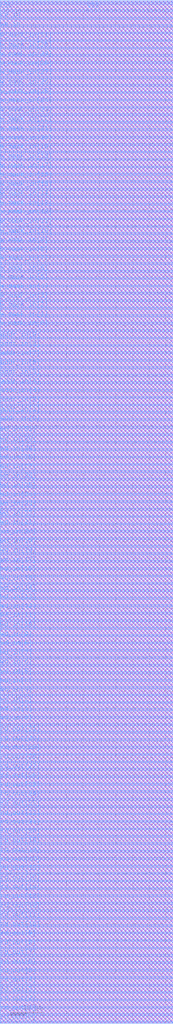
<source format=lef>
# Generated by FakeRAM 2.0
VERSION 5.7 ;
BUSBITCHARS "[]" ;
PROPERTYDEFINITIONS
  MACRO width INTEGER ;
  MACRO depth INTEGER ;
  MACRO banks INTEGER ;
END PROPERTYDEFINITIONS
MACRO fakeram45_1024x32_top_tier
  PROPERTY width 32 ;
  PROPERTY depth 1024 ;
  PROPERTY banks 2 ;
  FOREIGN fakeram45_1024x32_top_tier 0 0 ;
  SYMMETRY X Y R90 ;
  SIZE 52.250 BY 308.000 ;
  CLASS BLOCK ;
  PIN rd_out[0]
    DIRECTION OUTPUT ;
    USE SIGNAL ;
    SHAPE ABUTMENT ;
    PORT
      LAYER metal4_top_tier ;
      RECT 0.000 0.280 0.140 0.420 ;
    END
  END rd_out[0]
  PIN rd_out[1]
    DIRECTION OUTPUT ;
    USE SIGNAL ;
    SHAPE ABUTMENT ;
    PORT
      LAYER metal4_top_tier ;
      RECT 0.000 3.080 0.140 3.220 ;
    END
  END rd_out[1]
  PIN rd_out[2]
    DIRECTION OUTPUT ;
    USE SIGNAL ;
    SHAPE ABUTMENT ;
    PORT
      LAYER metal4_top_tier ;
      RECT 0.000 5.880 0.140 6.020 ;
    END
  END rd_out[2]
  PIN rd_out[3]
    DIRECTION OUTPUT ;
    USE SIGNAL ;
    SHAPE ABUTMENT ;
    PORT
      LAYER metal4_top_tier ;
      RECT 0.000 8.680 0.140 8.820 ;
    END
  END rd_out[3]
  PIN rd_out[4]
    DIRECTION OUTPUT ;
    USE SIGNAL ;
    SHAPE ABUTMENT ;
    PORT
      LAYER metal4_top_tier ;
      RECT 0.000 11.480 0.140 11.620 ;
    END
  END rd_out[4]
  PIN rd_out[5]
    DIRECTION OUTPUT ;
    USE SIGNAL ;
    SHAPE ABUTMENT ;
    PORT
      LAYER metal4_top_tier ;
      RECT 0.000 14.280 0.140 14.420 ;
    END
  END rd_out[5]
  PIN rd_out[6]
    DIRECTION OUTPUT ;
    USE SIGNAL ;
    SHAPE ABUTMENT ;
    PORT
      LAYER metal4_top_tier ;
      RECT 0.000 17.080 0.140 17.220 ;
    END
  END rd_out[6]
  PIN rd_out[7]
    DIRECTION OUTPUT ;
    USE SIGNAL ;
    SHAPE ABUTMENT ;
    PORT
      LAYER metal4_top_tier ;
      RECT 0.000 19.880 0.140 20.020 ;
    END
  END rd_out[7]
  PIN rd_out[8]
    DIRECTION OUTPUT ;
    USE SIGNAL ;
    SHAPE ABUTMENT ;
    PORT
      LAYER metal4_top_tier ;
      RECT 0.000 22.680 0.140 22.820 ;
    END
  END rd_out[8]
  PIN rd_out[9]
    DIRECTION OUTPUT ;
    USE SIGNAL ;
    SHAPE ABUTMENT ;
    PORT
      LAYER metal4_top_tier ;
      RECT 0.000 25.480 0.140 25.620 ;
    END
  END rd_out[9]
  PIN rd_out[10]
    DIRECTION OUTPUT ;
    USE SIGNAL ;
    SHAPE ABUTMENT ;
    PORT
      LAYER metal4_top_tier ;
      RECT 0.000 28.280 0.140 28.420 ;
    END
  END rd_out[10]
  PIN rd_out[11]
    DIRECTION OUTPUT ;
    USE SIGNAL ;
    SHAPE ABUTMENT ;
    PORT
      LAYER metal4_top_tier ;
      RECT 0.000 31.080 0.140 31.220 ;
    END
  END rd_out[11]
  PIN rd_out[12]
    DIRECTION OUTPUT ;
    USE SIGNAL ;
    SHAPE ABUTMENT ;
    PORT
      LAYER metal4_top_tier ;
      RECT 0.000 33.880 0.140 34.020 ;
    END
  END rd_out[12]
  PIN rd_out[13]
    DIRECTION OUTPUT ;
    USE SIGNAL ;
    SHAPE ABUTMENT ;
    PORT
      LAYER metal4_top_tier ;
      RECT 0.000 36.680 0.140 36.820 ;
    END
  END rd_out[13]
  PIN rd_out[14]
    DIRECTION OUTPUT ;
    USE SIGNAL ;
    SHAPE ABUTMENT ;
    PORT
      LAYER metal4_top_tier ;
      RECT 0.000 39.480 0.140 39.620 ;
    END
  END rd_out[14]
  PIN rd_out[15]
    DIRECTION OUTPUT ;
    USE SIGNAL ;
    SHAPE ABUTMENT ;
    PORT
      LAYER metal4_top_tier ;
      RECT 0.000 42.280 0.140 42.420 ;
    END
  END rd_out[15]
  PIN rd_out[16]
    DIRECTION OUTPUT ;
    USE SIGNAL ;
    SHAPE ABUTMENT ;
    PORT
      LAYER metal4_top_tier ;
      RECT 0.000 45.080 0.140 45.220 ;
    END
  END rd_out[16]
  PIN rd_out[17]
    DIRECTION OUTPUT ;
    USE SIGNAL ;
    SHAPE ABUTMENT ;
    PORT
      LAYER metal4_top_tier ;
      RECT 0.000 47.880 0.140 48.020 ;
    END
  END rd_out[17]
  PIN rd_out[18]
    DIRECTION OUTPUT ;
    USE SIGNAL ;
    SHAPE ABUTMENT ;
    PORT
      LAYER metal4_top_tier ;
      RECT 0.000 50.680 0.140 50.820 ;
    END
  END rd_out[18]
  PIN rd_out[19]
    DIRECTION OUTPUT ;
    USE SIGNAL ;
    SHAPE ABUTMENT ;
    PORT
      LAYER metal4_top_tier ;
      RECT 0.000 53.480 0.140 53.620 ;
    END
  END rd_out[19]
  PIN rd_out[20]
    DIRECTION OUTPUT ;
    USE SIGNAL ;
    SHAPE ABUTMENT ;
    PORT
      LAYER metal4_top_tier ;
      RECT 0.000 56.280 0.140 56.420 ;
    END
  END rd_out[20]
  PIN rd_out[21]
    DIRECTION OUTPUT ;
    USE SIGNAL ;
    SHAPE ABUTMENT ;
    PORT
      LAYER metal4_top_tier ;
      RECT 0.000 59.080 0.140 59.220 ;
    END
  END rd_out[21]
  PIN rd_out[22]
    DIRECTION OUTPUT ;
    USE SIGNAL ;
    SHAPE ABUTMENT ;
    PORT
      LAYER metal4_top_tier ;
      RECT 0.000 61.880 0.140 62.020 ;
    END
  END rd_out[22]
  PIN rd_out[23]
    DIRECTION OUTPUT ;
    USE SIGNAL ;
    SHAPE ABUTMENT ;
    PORT
      LAYER metal4_top_tier ;
      RECT 0.000 64.680 0.140 64.820 ;
    END
  END rd_out[23]
  PIN rd_out[24]
    DIRECTION OUTPUT ;
    USE SIGNAL ;
    SHAPE ABUTMENT ;
    PORT
      LAYER metal4_top_tier ;
      RECT 0.000 67.480 0.140 67.620 ;
    END
  END rd_out[24]
  PIN rd_out[25]
    DIRECTION OUTPUT ;
    USE SIGNAL ;
    SHAPE ABUTMENT ;
    PORT
      LAYER metal4_top_tier ;
      RECT 0.000 70.280 0.140 70.420 ;
    END
  END rd_out[25]
  PIN rd_out[26]
    DIRECTION OUTPUT ;
    USE SIGNAL ;
    SHAPE ABUTMENT ;
    PORT
      LAYER metal4_top_tier ;
      RECT 0.000 73.080 0.140 73.220 ;
    END
  END rd_out[26]
  PIN rd_out[27]
    DIRECTION OUTPUT ;
    USE SIGNAL ;
    SHAPE ABUTMENT ;
    PORT
      LAYER metal4_top_tier ;
      RECT 0.000 75.880 0.140 76.020 ;
    END
  END rd_out[27]
  PIN rd_out[28]
    DIRECTION OUTPUT ;
    USE SIGNAL ;
    SHAPE ABUTMENT ;
    PORT
      LAYER metal4_top_tier ;
      RECT 0.000 78.680 0.140 78.820 ;
    END
  END rd_out[28]
  PIN rd_out[29]
    DIRECTION OUTPUT ;
    USE SIGNAL ;
    SHAPE ABUTMENT ;
    PORT
      LAYER metal4_top_tier ;
      RECT 0.000 81.480 0.140 81.620 ;
    END
  END rd_out[29]
  PIN rd_out[30]
    DIRECTION OUTPUT ;
    USE SIGNAL ;
    SHAPE ABUTMENT ;
    PORT
      LAYER metal4_top_tier ;
      RECT 0.000 84.280 0.140 84.420 ;
    END
  END rd_out[30]
  PIN rd_out[31]
    DIRECTION OUTPUT ;
    USE SIGNAL ;
    SHAPE ABUTMENT ;
    PORT
      LAYER metal4_top_tier ;
      RECT 0.000 87.080 0.140 87.220 ;
    END
  END rd_out[31]
  PIN wd_in[0]
    DIRECTION INPUT ;
    USE SIGNAL ;
    SHAPE ABUTMENT ;
    PORT
      LAYER metal4_top_tier ;
      RECT 0.000 90.440 0.140 90.580 ;
    END
  END wd_in[0]
  PIN wd_in[1]
    DIRECTION INPUT ;
    USE SIGNAL ;
    SHAPE ABUTMENT ;
    PORT
      LAYER metal4_top_tier ;
      RECT 0.000 93.240 0.140 93.380 ;
    END
  END wd_in[1]
  PIN wd_in[2]
    DIRECTION INPUT ;
    USE SIGNAL ;
    SHAPE ABUTMENT ;
    PORT
      LAYER metal4_top_tier ;
      RECT 0.000 96.040 0.140 96.180 ;
    END
  END wd_in[2]
  PIN wd_in[3]
    DIRECTION INPUT ;
    USE SIGNAL ;
    SHAPE ABUTMENT ;
    PORT
      LAYER metal4_top_tier ;
      RECT 0.000 98.840 0.140 98.980 ;
    END
  END wd_in[3]
  PIN wd_in[4]
    DIRECTION INPUT ;
    USE SIGNAL ;
    SHAPE ABUTMENT ;
    PORT
      LAYER metal4_top_tier ;
      RECT 0.000 101.640 0.140 101.780 ;
    END
  END wd_in[4]
  PIN wd_in[5]
    DIRECTION INPUT ;
    USE SIGNAL ;
    SHAPE ABUTMENT ;
    PORT
      LAYER metal4_top_tier ;
      RECT 0.000 104.440 0.140 104.580 ;
    END
  END wd_in[5]
  PIN wd_in[6]
    DIRECTION INPUT ;
    USE SIGNAL ;
    SHAPE ABUTMENT ;
    PORT
      LAYER metal4_top_tier ;
      RECT 0.000 107.240 0.140 107.380 ;
    END
  END wd_in[6]
  PIN wd_in[7]
    DIRECTION INPUT ;
    USE SIGNAL ;
    SHAPE ABUTMENT ;
    PORT
      LAYER metal4_top_tier ;
      RECT 0.000 110.040 0.140 110.180 ;
    END
  END wd_in[7]
  PIN wd_in[8]
    DIRECTION INPUT ;
    USE SIGNAL ;
    SHAPE ABUTMENT ;
    PORT
      LAYER metal4_top_tier ;
      RECT 0.000 112.840 0.140 112.980 ;
    END
  END wd_in[8]
  PIN wd_in[9]
    DIRECTION INPUT ;
    USE SIGNAL ;
    SHAPE ABUTMENT ;
    PORT
      LAYER metal4_top_tier ;
      RECT 0.000 115.640 0.140 115.780 ;
    END
  END wd_in[9]
  PIN wd_in[10]
    DIRECTION INPUT ;
    USE SIGNAL ;
    SHAPE ABUTMENT ;
    PORT
      LAYER metal4_top_tier ;
      RECT 0.000 118.440 0.140 118.580 ;
    END
  END wd_in[10]
  PIN wd_in[11]
    DIRECTION INPUT ;
    USE SIGNAL ;
    SHAPE ABUTMENT ;
    PORT
      LAYER metal4_top_tier ;
      RECT 0.000 121.240 0.140 121.380 ;
    END
  END wd_in[11]
  PIN wd_in[12]
    DIRECTION INPUT ;
    USE SIGNAL ;
    SHAPE ABUTMENT ;
    PORT
      LAYER metal4_top_tier ;
      RECT 0.000 124.040 0.140 124.180 ;
    END
  END wd_in[12]
  PIN wd_in[13]
    DIRECTION INPUT ;
    USE SIGNAL ;
    SHAPE ABUTMENT ;
    PORT
      LAYER metal4_top_tier ;
      RECT 0.000 126.840 0.140 126.980 ;
    END
  END wd_in[13]
  PIN wd_in[14]
    DIRECTION INPUT ;
    USE SIGNAL ;
    SHAPE ABUTMENT ;
    PORT
      LAYER metal4_top_tier ;
      RECT 0.000 129.640 0.140 129.780 ;
    END
  END wd_in[14]
  PIN wd_in[15]
    DIRECTION INPUT ;
    USE SIGNAL ;
    SHAPE ABUTMENT ;
    PORT
      LAYER metal4_top_tier ;
      RECT 0.000 132.440 0.140 132.580 ;
    END
  END wd_in[15]
  PIN wd_in[16]
    DIRECTION INPUT ;
    USE SIGNAL ;
    SHAPE ABUTMENT ;
    PORT
      LAYER metal4_top_tier ;
      RECT 0.000 135.240 0.140 135.380 ;
    END
  END wd_in[16]
  PIN wd_in[17]
    DIRECTION INPUT ;
    USE SIGNAL ;
    SHAPE ABUTMENT ;
    PORT
      LAYER metal4_top_tier ;
      RECT 0.000 138.040 0.140 138.180 ;
    END
  END wd_in[17]
  PIN wd_in[18]
    DIRECTION INPUT ;
    USE SIGNAL ;
    SHAPE ABUTMENT ;
    PORT
      LAYER metal4_top_tier ;
      RECT 0.000 140.840 0.140 140.980 ;
    END
  END wd_in[18]
  PIN wd_in[19]
    DIRECTION INPUT ;
    USE SIGNAL ;
    SHAPE ABUTMENT ;
    PORT
      LAYER metal4_top_tier ;
      RECT 0.000 143.640 0.140 143.780 ;
    END
  END wd_in[19]
  PIN wd_in[20]
    DIRECTION INPUT ;
    USE SIGNAL ;
    SHAPE ABUTMENT ;
    PORT
      LAYER metal4_top_tier ;
      RECT 0.000 146.440 0.140 146.580 ;
    END
  END wd_in[20]
  PIN wd_in[21]
    DIRECTION INPUT ;
    USE SIGNAL ;
    SHAPE ABUTMENT ;
    PORT
      LAYER metal4_top_tier ;
      RECT 0.000 149.240 0.140 149.380 ;
    END
  END wd_in[21]
  PIN wd_in[22]
    DIRECTION INPUT ;
    USE SIGNAL ;
    SHAPE ABUTMENT ;
    PORT
      LAYER metal4_top_tier ;
      RECT 0.000 152.040 0.140 152.180 ;
    END
  END wd_in[22]
  PIN wd_in[23]
    DIRECTION INPUT ;
    USE SIGNAL ;
    SHAPE ABUTMENT ;
    PORT
      LAYER metal4_top_tier ;
      RECT 0.000 154.840 0.140 154.980 ;
    END
  END wd_in[23]
  PIN wd_in[24]
    DIRECTION INPUT ;
    USE SIGNAL ;
    SHAPE ABUTMENT ;
    PORT
      LAYER metal4_top_tier ;
      RECT 0.000 157.640 0.140 157.780 ;
    END
  END wd_in[24]
  PIN wd_in[25]
    DIRECTION INPUT ;
    USE SIGNAL ;
    SHAPE ABUTMENT ;
    PORT
      LAYER metal4_top_tier ;
      RECT 0.000 160.440 0.140 160.580 ;
    END
  END wd_in[25]
  PIN wd_in[26]
    DIRECTION INPUT ;
    USE SIGNAL ;
    SHAPE ABUTMENT ;
    PORT
      LAYER metal4_top_tier ;
      RECT 0.000 163.240 0.140 163.380 ;
    END
  END wd_in[26]
  PIN wd_in[27]
    DIRECTION INPUT ;
    USE SIGNAL ;
    SHAPE ABUTMENT ;
    PORT
      LAYER metal4_top_tier ;
      RECT 0.000 166.040 0.140 166.180 ;
    END
  END wd_in[27]
  PIN wd_in[28]
    DIRECTION INPUT ;
    USE SIGNAL ;
    SHAPE ABUTMENT ;
    PORT
      LAYER metal4_top_tier ;
      RECT 0.000 168.840 0.140 168.980 ;
    END
  END wd_in[28]
  PIN wd_in[29]
    DIRECTION INPUT ;
    USE SIGNAL ;
    SHAPE ABUTMENT ;
    PORT
      LAYER metal4_top_tier ;
      RECT 0.000 171.640 0.140 171.780 ;
    END
  END wd_in[29]
  PIN wd_in[30]
    DIRECTION INPUT ;
    USE SIGNAL ;
    SHAPE ABUTMENT ;
    PORT
      LAYER metal4_top_tier ;
      RECT 0.000 174.440 0.140 174.580 ;
    END
  END wd_in[30]
  PIN wd_in[31]
    DIRECTION INPUT ;
    USE SIGNAL ;
    SHAPE ABUTMENT ;
    PORT
      LAYER metal4_top_tier ;
      RECT 0.000 177.240 0.140 177.380 ;
    END
  END wd_in[31]
  PIN addr_in[0]
    DIRECTION INPUT ;
    USE SIGNAL ;
    SHAPE ABUTMENT ;
    PORT
      LAYER metal4_top_tier ;
      RECT 0.000 180.600 0.140 180.740 ;
    END
  END addr_in[0]
  PIN addr_in[1]
    DIRECTION INPUT ;
    USE SIGNAL ;
    SHAPE ABUTMENT ;
    PORT
      LAYER metal4_top_tier ;
      RECT 0.000 183.400 0.140 183.540 ;
    END
  END addr_in[1]
  PIN addr_in[2]
    DIRECTION INPUT ;
    USE SIGNAL ;
    SHAPE ABUTMENT ;
    PORT
      LAYER metal4_top_tier ;
      RECT 0.000 186.200 0.140 186.340 ;
    END
  END addr_in[2]
  PIN addr_in[3]
    DIRECTION INPUT ;
    USE SIGNAL ;
    SHAPE ABUTMENT ;
    PORT
      LAYER metal4_top_tier ;
      RECT 0.000 189.000 0.140 189.140 ;
    END
  END addr_in[3]
  PIN addr_in[4]
    DIRECTION INPUT ;
    USE SIGNAL ;
    SHAPE ABUTMENT ;
    PORT
      LAYER metal4_top_tier ;
      RECT 0.000 191.800 0.140 191.940 ;
    END
  END addr_in[4]
  PIN addr_in[5]
    DIRECTION INPUT ;
    USE SIGNAL ;
    SHAPE ABUTMENT ;
    PORT
      LAYER metal4_top_tier ;
      RECT 0.000 194.600 0.140 194.740 ;
    END
  END addr_in[5]
  PIN addr_in[6]
    DIRECTION INPUT ;
    USE SIGNAL ;
    SHAPE ABUTMENT ;
    PORT
      LAYER metal4_top_tier ;
      RECT 0.000 197.400 0.140 197.540 ;
    END
  END addr_in[6]
  PIN addr_in[7]
    DIRECTION INPUT ;
    USE SIGNAL ;
    SHAPE ABUTMENT ;
    PORT
      LAYER metal4_top_tier ;
      RECT 0.000 200.200 0.140 200.340 ;
    END
  END addr_in[7]
  PIN addr_in[8]
    DIRECTION INPUT ;
    USE SIGNAL ;
    SHAPE ABUTMENT ;
    PORT
      LAYER metal4_top_tier ;
      RECT 0.000 203.000 0.140 203.140 ;
    END
  END addr_in[8]
  PIN addr_in[9]
    DIRECTION INPUT ;
    USE SIGNAL ;
    SHAPE ABUTMENT ;
    PORT
      LAYER metal4_top_tier ;
      RECT 0.000 205.800 0.140 205.940 ;
    END
  END addr_in[9]
  PIN w_mask_in[0]
    DIRECTION OUTPUT ;
    USE SIGNAL ;
    SHAPE ABUTMENT ;
    PORT
      LAYER metal4_top_tier ;
      RECT 0.000 209.160 0.140 209.300 ;
    END
  END w_mask_in[0]
  PIN w_mask_in[1]
    DIRECTION OUTPUT ;
    USE SIGNAL ;
    SHAPE ABUTMENT ;
    PORT
      LAYER metal4_top_tier ;
      RECT 0.000 211.960 0.140 212.100 ;
    END
  END w_mask_in[1]
  PIN w_mask_in[2]
    DIRECTION OUTPUT ;
    USE SIGNAL ;
    SHAPE ABUTMENT ;
    PORT
      LAYER metal4_top_tier ;
      RECT 0.000 214.760 0.140 214.900 ;
    END
  END w_mask_in[2]
  PIN w_mask_in[3]
    DIRECTION OUTPUT ;
    USE SIGNAL ;
    SHAPE ABUTMENT ;
    PORT
      LAYER metal4_top_tier ;
      RECT 0.000 217.560 0.140 217.700 ;
    END
  END w_mask_in[3]
  PIN w_mask_in[4]
    DIRECTION OUTPUT ;
    USE SIGNAL ;
    SHAPE ABUTMENT ;
    PORT
      LAYER metal4_top_tier ;
      RECT 0.000 220.360 0.140 220.500 ;
    END
  END w_mask_in[4]
  PIN w_mask_in[5]
    DIRECTION OUTPUT ;
    USE SIGNAL ;
    SHAPE ABUTMENT ;
    PORT
      LAYER metal4_top_tier ;
      RECT 0.000 223.160 0.140 223.300 ;
    END
  END w_mask_in[5]
  PIN w_mask_in[6]
    DIRECTION OUTPUT ;
    USE SIGNAL ;
    SHAPE ABUTMENT ;
    PORT
      LAYER metal4_top_tier ;
      RECT 0.000 225.960 0.140 226.100 ;
    END
  END w_mask_in[6]
  PIN w_mask_in[7]
    DIRECTION OUTPUT ;
    USE SIGNAL ;
    SHAPE ABUTMENT ;
    PORT
      LAYER metal4_top_tier ;
      RECT 0.000 228.760 0.140 228.900 ;
    END
  END w_mask_in[7]
  PIN w_mask_in[8]
    DIRECTION OUTPUT ;
    USE SIGNAL ;
    SHAPE ABUTMENT ;
    PORT
      LAYER metal4_top_tier ;
      RECT 0.000 231.560 0.140 231.700 ;
    END
  END w_mask_in[8]
  PIN w_mask_in[9]
    DIRECTION OUTPUT ;
    USE SIGNAL ;
    SHAPE ABUTMENT ;
    PORT
      LAYER metal4_top_tier ;
      RECT 0.000 234.360 0.140 234.500 ;
    END
  END w_mask_in[9]
  PIN w_mask_in[10]
    DIRECTION OUTPUT ;
    USE SIGNAL ;
    SHAPE ABUTMENT ;
    PORT
      LAYER metal4_top_tier ;
      RECT 0.000 237.160 0.140 237.300 ;
    END
  END w_mask_in[10]
  PIN w_mask_in[11]
    DIRECTION OUTPUT ;
    USE SIGNAL ;
    SHAPE ABUTMENT ;
    PORT
      LAYER metal4_top_tier ;
      RECT 0.000 239.960 0.140 240.100 ;
    END
  END w_mask_in[11]
  PIN w_mask_in[12]
    DIRECTION OUTPUT ;
    USE SIGNAL ;
    SHAPE ABUTMENT ;
    PORT
      LAYER metal4_top_tier ;
      RECT 0.000 242.760 0.140 242.900 ;
    END
  END w_mask_in[12]
  PIN w_mask_in[13]
    DIRECTION OUTPUT ;
    USE SIGNAL ;
    SHAPE ABUTMENT ;
    PORT
      LAYER metal4_top_tier ;
      RECT 0.000 245.560 0.140 245.700 ;
    END
  END w_mask_in[13]
  PIN w_mask_in[14]
    DIRECTION OUTPUT ;
    USE SIGNAL ;
    SHAPE ABUTMENT ;
    PORT
      LAYER metal4_top_tier ;
      RECT 0.000 248.360 0.140 248.500 ;
    END
  END w_mask_in[14]
  PIN w_mask_in[15]
    DIRECTION OUTPUT ;
    USE SIGNAL ;
    SHAPE ABUTMENT ;
    PORT
      LAYER metal4_top_tier ;
      RECT 0.000 251.160 0.140 251.300 ;
    END
  END w_mask_in[15]
  PIN w_mask_in[16]
    DIRECTION OUTPUT ;
    USE SIGNAL ;
    SHAPE ABUTMENT ;
    PORT
      LAYER metal4_top_tier ;
      RECT 0.000 253.960 0.140 254.100 ;
    END
  END w_mask_in[16]
  PIN w_mask_in[17]
    DIRECTION OUTPUT ;
    USE SIGNAL ;
    SHAPE ABUTMENT ;
    PORT
      LAYER metal4_top_tier ;
      RECT 0.000 256.760 0.140 256.900 ;
    END
  END w_mask_in[17]
  PIN w_mask_in[18]
    DIRECTION OUTPUT ;
    USE SIGNAL ;
    SHAPE ABUTMENT ;
    PORT
      LAYER metal4_top_tier ;
      RECT 0.000 259.560 0.140 259.700 ;
    END
  END w_mask_in[18]
  PIN w_mask_in[19]
    DIRECTION OUTPUT ;
    USE SIGNAL ;
    SHAPE ABUTMENT ;
    PORT
      LAYER metal4_top_tier ;
      RECT 0.000 262.360 0.140 262.500 ;
    END
  END w_mask_in[19]
  PIN w_mask_in[20]
    DIRECTION OUTPUT ;
    USE SIGNAL ;
    SHAPE ABUTMENT ;
    PORT
      LAYER metal4_top_tier ;
      RECT 0.000 265.160 0.140 265.300 ;
    END
  END w_mask_in[20]
  PIN w_mask_in[21]
    DIRECTION OUTPUT ;
    USE SIGNAL ;
    SHAPE ABUTMENT ;
    PORT
      LAYER metal4_top_tier ;
      RECT 0.000 267.960 0.140 268.100 ;
    END
  END w_mask_in[21]
  PIN w_mask_in[22]
    DIRECTION OUTPUT ;
    USE SIGNAL ;
    SHAPE ABUTMENT ;
    PORT
      LAYER metal4_top_tier ;
      RECT 0.000 270.760 0.140 270.900 ;
    END
  END w_mask_in[22]
  PIN w_mask_in[23]
    DIRECTION OUTPUT ;
    USE SIGNAL ;
    SHAPE ABUTMENT ;
    PORT
      LAYER metal4_top_tier ;
      RECT 0.000 273.560 0.140 273.700 ;
    END
  END w_mask_in[23]
  PIN w_mask_in[24]
    DIRECTION OUTPUT ;
    USE SIGNAL ;
    SHAPE ABUTMENT ;
    PORT
      LAYER metal4_top_tier ;
      RECT 0.000 276.360 0.140 276.500 ;
    END
  END w_mask_in[24]
  PIN w_mask_in[25]
    DIRECTION OUTPUT ;
    USE SIGNAL ;
    SHAPE ABUTMENT ;
    PORT
      LAYER metal4_top_tier ;
      RECT 0.000 279.160 0.140 279.300 ;
    END
  END w_mask_in[25]
  PIN w_mask_in[26]
    DIRECTION OUTPUT ;
    USE SIGNAL ;
    SHAPE ABUTMENT ;
    PORT
      LAYER metal4_top_tier ;
      RECT 0.000 281.960 0.140 282.100 ;
    END
  END w_mask_in[26]
  PIN w_mask_in[27]
    DIRECTION OUTPUT ;
    USE SIGNAL ;
    SHAPE ABUTMENT ;
    PORT
      LAYER metal4_top_tier ;
      RECT 0.000 284.760 0.140 284.900 ;
    END
  END w_mask_in[27]
  PIN w_mask_in[28]
    DIRECTION OUTPUT ;
    USE SIGNAL ;
    SHAPE ABUTMENT ;
    PORT
      LAYER metal4_top_tier ;
      RECT 0.000 287.560 0.140 287.700 ;
    END
  END w_mask_in[28]
  PIN w_mask_in[29]
    DIRECTION OUTPUT ;
    USE SIGNAL ;
    SHAPE ABUTMENT ;
    PORT
      LAYER metal4_top_tier ;
      RECT 0.000 290.360 0.140 290.500 ;
    END
  END w_mask_in[29]
  PIN w_mask_in[30]
    DIRECTION OUTPUT ;
    USE SIGNAL ;
    SHAPE ABUTMENT ;
    PORT
      LAYER metal4_top_tier ;
      RECT 0.000 293.160 0.140 293.300 ;
    END
  END w_mask_in[30]
  PIN w_mask_in[31]
    DIRECTION OUTPUT ;
    USE SIGNAL ;
    SHAPE ABUTMENT ;
    PORT
      LAYER metal4_top_tier ;
      RECT 0.000 295.960 0.140 296.100 ;
    END
  END w_mask_in[31]
  PIN we_in
    DIRECTION INPUT ;
    USE SIGNAL ;
    SHAPE ABUTMENT ;
    PORT
      LAYER metal4_top_tier ;
      RECT 0.000 299.320 0.140 299.460 ;
    END
  END we_in
  PIN ce_in
    DIRECTION INPUT ;
    USE SIGNAL ;
    SHAPE ABUTMENT ;
    PORT
      LAYER metal4_top_tier ;
      RECT 0.000 302.120 0.140 302.260 ;
    END
  END ce_in
  PIN clk
    DIRECTION INPUT ;
    USE SIGNAL ;
    SHAPE ABUTMENT ;
    PORT
      LAYER metal4_top_tier ;
      RECT 0.000 304.920 0.140 305.060 ;
    END
  END clk
  PIN VSS
    DIRECTION INOUT ;
    USE GROUND ;
    PORT
      LAYER metal4_top_tier ;
      RECT 0.280 0.000 51.970 0.560 ;
      RECT 0.280 4.480 51.970 5.040 ;
      RECT 0.280 8.960 51.970 9.520 ;
      RECT 0.280 13.440 51.970 14.000 ;
      RECT 0.280 17.920 51.970 18.480 ;
      RECT 0.280 22.400 51.970 22.960 ;
      RECT 0.280 26.880 51.970 27.440 ;
      RECT 0.280 31.360 51.970 31.920 ;
      RECT 0.280 35.840 51.970 36.400 ;
      RECT 0.280 40.320 51.970 40.880 ;
      RECT 0.280 44.800 51.970 45.360 ;
      RECT 0.280 49.280 51.970 49.840 ;
      RECT 0.280 53.760 51.970 54.320 ;
      RECT 0.280 58.240 51.970 58.800 ;
      RECT 0.280 62.720 51.970 63.280 ;
      RECT 0.280 67.200 51.970 67.760 ;
      RECT 0.280 71.680 51.970 72.240 ;
      RECT 0.280 76.160 51.970 76.720 ;
      RECT 0.280 80.640 51.970 81.200 ;
      RECT 0.280 85.120 51.970 85.680 ;
      RECT 0.280 89.600 51.970 90.160 ;
      RECT 0.280 94.080 51.970 94.640 ;
      RECT 0.280 98.560 51.970 99.120 ;
      RECT 0.280 103.040 51.970 103.600 ;
      RECT 0.280 107.520 51.970 108.080 ;
      RECT 0.280 112.000 51.970 112.560 ;
      RECT 0.280 116.480 51.970 117.040 ;
      RECT 0.280 120.960 51.970 121.520 ;
      RECT 0.280 125.440 51.970 126.000 ;
      RECT 0.280 129.920 51.970 130.480 ;
      RECT 0.280 134.400 51.970 134.960 ;
      RECT 0.280 138.880 51.970 139.440 ;
      RECT 0.280 143.360 51.970 143.920 ;
      RECT 0.280 147.840 51.970 148.400 ;
      RECT 0.280 152.320 51.970 152.880 ;
      RECT 0.280 156.800 51.970 157.360 ;
      RECT 0.280 161.280 51.970 161.840 ;
      RECT 0.280 165.760 51.970 166.320 ;
      RECT 0.280 170.240 51.970 170.800 ;
      RECT 0.280 174.720 51.970 175.280 ;
      RECT 0.280 179.200 51.970 179.760 ;
      RECT 0.280 183.680 51.970 184.240 ;
      RECT 0.280 188.160 51.970 188.720 ;
      RECT 0.280 192.640 51.970 193.200 ;
      RECT 0.280 197.120 51.970 197.680 ;
      RECT 0.280 201.600 51.970 202.160 ;
      RECT 0.280 206.080 51.970 206.640 ;
      RECT 0.280 210.560 51.970 211.120 ;
      RECT 0.280 215.040 51.970 215.600 ;
      RECT 0.280 219.520 51.970 220.080 ;
      RECT 0.280 224.000 51.970 224.560 ;
      RECT 0.280 228.480 51.970 229.040 ;
      RECT 0.280 232.960 51.970 233.520 ;
      RECT 0.280 237.440 51.970 238.000 ;
      RECT 0.280 241.920 51.970 242.480 ;
      RECT 0.280 246.400 51.970 246.960 ;
      RECT 0.280 250.880 51.970 251.440 ;
      RECT 0.280 255.360 51.970 255.920 ;
      RECT 0.280 259.840 51.970 260.400 ;
      RECT 0.280 264.320 51.970 264.880 ;
      RECT 0.280 268.800 51.970 269.360 ;
      RECT 0.280 273.280 51.970 273.840 ;
      RECT 0.280 277.760 51.970 278.320 ;
      RECT 0.280 282.240 51.970 282.800 ;
      RECT 0.280 286.720 51.970 287.280 ;
      RECT 0.280 291.200 51.970 291.760 ;
      RECT 0.280 295.680 51.970 296.240 ;
      RECT 0.280 300.160 51.970 300.720 ;
      RECT 0.280 304.640 51.970 305.200 ;
    END
  END VSS
  PIN VDD
    DIRECTION INOUT ;
    USE POWER ;
    PORT
      LAYER metal4_top_tier ;
      RECT 0.280 2.240 51.970 2.800 ;
      RECT 0.280 6.720 51.970 7.280 ;
      RECT 0.280 11.200 51.970 11.760 ;
      RECT 0.280 15.680 51.970 16.240 ;
      RECT 0.280 20.160 51.970 20.720 ;
      RECT 0.280 24.640 51.970 25.200 ;
      RECT 0.280 29.120 51.970 29.680 ;
      RECT 0.280 33.600 51.970 34.160 ;
      RECT 0.280 38.080 51.970 38.640 ;
      RECT 0.280 42.560 51.970 43.120 ;
      RECT 0.280 47.040 51.970 47.600 ;
      RECT 0.280 51.520 51.970 52.080 ;
      RECT 0.280 56.000 51.970 56.560 ;
      RECT 0.280 60.480 51.970 61.040 ;
      RECT 0.280 64.960 51.970 65.520 ;
      RECT 0.280 69.440 51.970 70.000 ;
      RECT 0.280 73.920 51.970 74.480 ;
      RECT 0.280 78.400 51.970 78.960 ;
      RECT 0.280 82.880 51.970 83.440 ;
      RECT 0.280 87.360 51.970 87.920 ;
      RECT 0.280 91.840 51.970 92.400 ;
      RECT 0.280 96.320 51.970 96.880 ;
      RECT 0.280 100.800 51.970 101.360 ;
      RECT 0.280 105.280 51.970 105.840 ;
      RECT 0.280 109.760 51.970 110.320 ;
      RECT 0.280 114.240 51.970 114.800 ;
      RECT 0.280 118.720 51.970 119.280 ;
      RECT 0.280 123.200 51.970 123.760 ;
      RECT 0.280 127.680 51.970 128.240 ;
      RECT 0.280 132.160 51.970 132.720 ;
      RECT 0.280 136.640 51.970 137.200 ;
      RECT 0.280 141.120 51.970 141.680 ;
      RECT 0.280 145.600 51.970 146.160 ;
      RECT 0.280 150.080 51.970 150.640 ;
      RECT 0.280 154.560 51.970 155.120 ;
      RECT 0.280 159.040 51.970 159.600 ;
      RECT 0.280 163.520 51.970 164.080 ;
      RECT 0.280 168.000 51.970 168.560 ;
      RECT 0.280 172.480 51.970 173.040 ;
      RECT 0.280 176.960 51.970 177.520 ;
      RECT 0.280 181.440 51.970 182.000 ;
      RECT 0.280 185.920 51.970 186.480 ;
      RECT 0.280 190.400 51.970 190.960 ;
      RECT 0.280 194.880 51.970 195.440 ;
      RECT 0.280 199.360 51.970 199.920 ;
      RECT 0.280 203.840 51.970 204.400 ;
      RECT 0.280 208.320 51.970 208.880 ;
      RECT 0.280 212.800 51.970 213.360 ;
      RECT 0.280 217.280 51.970 217.840 ;
      RECT 0.280 221.760 51.970 222.320 ;
      RECT 0.280 226.240 51.970 226.800 ;
      RECT 0.280 230.720 51.970 231.280 ;
      RECT 0.280 235.200 51.970 235.760 ;
      RECT 0.280 239.680 51.970 240.240 ;
      RECT 0.280 244.160 51.970 244.720 ;
      RECT 0.280 248.640 51.970 249.200 ;
      RECT 0.280 253.120 51.970 253.680 ;
      RECT 0.280 257.600 51.970 258.160 ;
      RECT 0.280 262.080 51.970 262.640 ;
      RECT 0.280 266.560 51.970 267.120 ;
      RECT 0.280 271.040 51.970 271.600 ;
      RECT 0.280 275.520 51.970 276.080 ;
      RECT 0.280 280.000 51.970 280.560 ;
      RECT 0.280 284.480 51.970 285.040 ;
      RECT 0.280 288.960 51.970 289.520 ;
      RECT 0.280 293.440 51.970 294.000 ;
      RECT 0.280 297.920 51.970 298.480 ;
      RECT 0.280 302.400 51.970 302.960 ;
      RECT 0.280 306.880 51.970 307.440 ;
    END
  END VDD
  OBS
    LAYER metal1_top_tier ;
    RECT 0 0 52.250 308.000 ;
    LAYER metal2_top_tier ;
    RECT 0 0 52.250 308.000 ;
    LAYER metal3_top_tier ;
    RECT 0 0 52.250 308.000 ;
    LAYER metal4_top_tier ;
    RECT 0 0 52.250 308.000 ;
  END
END fakeram45_1024x32_top_tier

END LIBRARY

</source>
